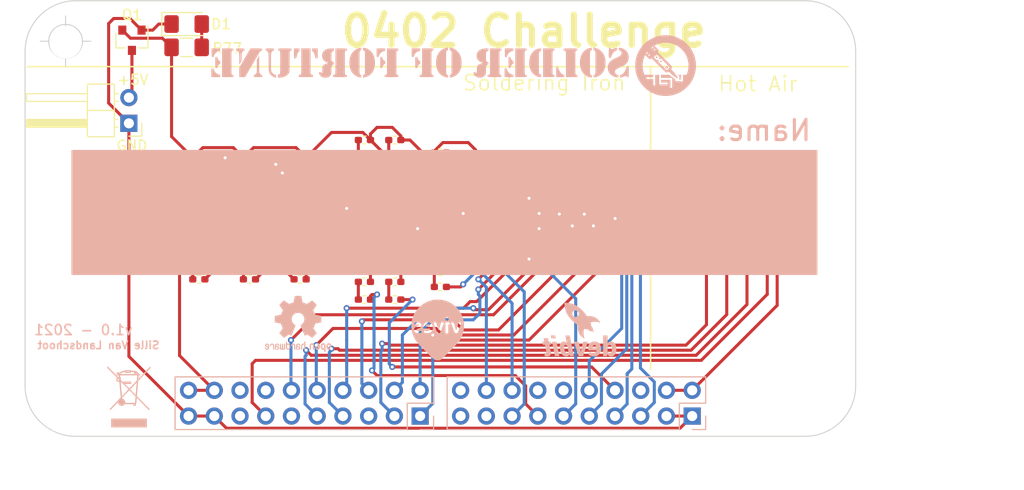
<source format=kicad_pcb>
(kicad_pcb (version 20201116) (generator pcbnew)
  (layers (0 "F.Cu" signal) (31 "B.Cu" signal) (34 "B.Paste" user) (35 "F.Paste" user) (36 "B.SilkS" user "B.Silkscreen") (37 "F.SilkS" user "F.Silkscreen") (38 "B.Mask" user) (39 "F.Mask" user) (44 "Edge.Cuts" user))
  (net 0 "")
  (net 1 "/1P")
  (net 2 "/1G")
  (net 3 "/1F")
  (net 4 "/1E")
  (net 5 "/1D")
  (net 6 "/1C")
  (net 7 "/2A")
  (net 8 "Net-(D1-Pad2)")
  (net 9 "/3A")
  (net 10 "/2P")
  (net 11 "/4A")
  (net 12 "/2G")
  (net 13 "/2F")
  (net 14 "/2E")
  (net 15 "/2D")
  (net 16 "/2C")
  (net 17 "/2B")
  (net 18 "/3P")
  (net 19 "/4P")
  (net 20 "/3G")
  (net 21 "/4G")
  (net 22 "/3F")
  (net 23 "/4F")
  (net 24 "/3E")
  (net 25 "/4E")
  (net 26 "/3D")
  (net 27 "/4D")
  (net 28 "/3C")
  (net 29 "/4C")
  (net 30 "/3B")
  (net 31 "/4B")
  (net 32 "Net-(J3-Pad2)")
  (net 33 "Net-(R1-Pad1)")
  (net 34 "Net-(R2-Pad1)")
  (net 35 "Net-(R22-Pad2)")
  (net 36 "Net-(R24-Pad2)")
  (net 37 "Net-(R25-Pad2)")
  (net 38 "Net-(R26-Pad2)")
  (net 39 "/1B")
  (net 40 "/1A")
  (net 41 "+5V")
  (net 42 "GND")
  (net 43 "Net-(R27-Pad2)")
  (net 44 "Net-(R28-Pad2)")
  (net 45 "Net-(R10-Pad1)")
  (net 46 "Net-(R11-Pad1)")
  (net 47 "Net-(R12-Pad1)")
  (net 48 "Net-(R13-Pad1)")
  (net 49 "Net-(R14-Pad1)")
  (net 50 "Net-(R15-Pad1)")
  (net 51 "Net-(R16-Pad1)")
  (net 52 "Net-(R17-Pad1)")
  (net 53 "Net-(R18-Pad1)")
  (net 54 "Net-(R19-Pad1)")
  (net 55 "Net-(R20-Pad1)")
  (net 56 "Net-(R21-Pad1)")
  (net 57 "Net-(R22-Pad1)")
  (net 58 "Net-(R24-Pad1)")
  (net 59 "Net-(R25-Pad1)")
  (net 60 "Net-(R26-Pad1)")
  (net 61 "Net-(R27-Pad1)")
  (net 62 "Net-(R28-Pad1)")
  (net 63 "Net-(R31-Pad1)")
  (net 64 "Net-(R32-Pad1)")
  (net 65 "Net-(R33-Pad1)")
  (net 66 "Net-(R34-Pad1)")
  (net 67 "Net-(R35-Pad1)")
  (net 68 "Net-(R36-Pad1)")
  (net 69 "Net-(R37-Pad1)")
  (net 70 "Net-(R38-Pad1)")
  (net 71 "Net-(R39-Pad1)")
  (net 72 "Net-(R40-Pad1)")
  (net 73 "Net-(R41-Pad1)")
  (net 74 "Net-(R43-Pad1)")
  (net 75 "Net-(R44-Pad1)")
  (net 76 "Net-(R45-Pad1)")
  (net 77 "Net-(R46-Pad1)")
  (net 78 "Net-(R47-Pad1)")
  (net 79 "Net-(R48-Pad1)")
  (net 80 "Net-(R49-Pad1)")
  (net 81 "Net-(R50-Pad1)")
  (net 82 "Net-(R51-Pad1)")
  (net 83 "Net-(R52-Pad1)")
  (net 84 "Net-(R53-Pad1)")
  (net 85 "Net-(R54-Pad1)")
  (net 86 "Net-(R55-Pad1)")
  (net 87 "Net-(R56-Pad1)")
  (net 88 "Net-(R57-Pad1)")
  (net 89 "Net-(R58-Pad1)")
  (net 90 "Net-(R59-Pad1)")
  (net 91 "Net-(R60-Pad1)")
  (net 92 "Net-(R62-Pad1)")
  (net 93 "Net-(R63-Pad1)")
  (net 94 "Net-(R64-Pad1)")
  (net 95 "Net-(R65-Pad1)")
  (net 96 "Net-(R66-Pad1)")
  (net 97 "Net-(R67-Pad1)")
  (net 98 "Net-(R70-Pad1)")
  (net 99 "Net-(R71-Pad1)")
  (net 100 "Net-(R72-Pad1)")
  (net 101 "Net-(R73-Pad1)")
  (net 102 "Net-(R101-Pad2)")
  (net 103 "Net-(R75-Pad1)")
  (net 104 "Net-(R76-Pad1)")
  (net 105 "Net-(R102-Pad2)")
  (net 106 "Net-(R103-Pad2)")
  (net 107 "Net-(R104-Pad2)")
  (net 108 "Net-(R105-Pad2)")
  (net 109 "Net-(R106-Pad2)")
  (net 110 "Net-(R107-Pad2)")
  (net 111 "Net-(R101-Pad1)")
  (net 112 "Net-(R102-Pad1)")
  (net 113 "Net-(R103-Pad1)")
  (net 114 "Net-(R104-Pad1)")
  (net 115 "Net-(R105-Pad1)")
  (net 116 "Net-(R106-Pad1)")
  (net 117 "Net-(R107-Pad1)")
  (net 118 "Net-(R110-Pad1)")
  (net 119 "Net-(R111-Pad1)")
  (net 120 "Net-(R112-Pad1)")
  (footprint "Resistor_SMD:R_0402_1005Metric_Pad0.72x0.64mm_HandSolder" (layer "F.Cu") (at 94.75 39)
    (fp_text reference "R62" hide)
    (fp_text value "220R")
  )
  (footprint "Resistor_SMD:R_0402_1005Metric" (layer "F.Cu") (at 108.24 43.75 180)
    (fp_text reference "R103" hide)
    (fp_text value "220R")
  )
  (footprint "Resistor_SMD:R_0402_1005Metric" (layer "F.Cu") (at 106.230002 40.749999 180)
    (fp_text reference "R86" hide)
    (fp_text value "220R")
  )
  (footprint "Resistor_SMD:R_0402_1005Metric_Pad0.72x0.64mm_HandSolder" (layer "F.Cu") (at 87.25 33.25)
    (fp_text reference "R11" hide)
    (fp_text value "220R")
  )
  (footprint "Resistor_SMD:R_0402_1005Metric" (layer "F.Cu") (at 98.74 41.25 180)
    (fp_text reference "R45" hide)
    (fp_text value "220R")
  )
  (footprint "Resistor_SMD:R_0402_1005Metric" (layer "F.Cu") (at 101.99 40.25)
    (fp_text reference "R27" hide)
    (fp_text value "220R")
  )
  (footprint "Resistor_SMD:R_0402_1005Metric_Pad0.72x0.64mm_HandSolder" (layer "F.Cu") (at 87.25 45.5 180)
    (fp_text reference "R97" hide)
    (fp_text value "220R")
  )
  (footprint "Resistor_SMD:R_0402_1005Metric" (layer "F.Cu") (at 122.51 41.25 180)
    (fp_text reference "R54" hide)
    (fp_text value "220R")
  )
  (footprint "Resistor_SMD:R_0402_1005Metric" (layer "F.Cu") (at 120.51 43.25 180)
    (fp_text reference "R92" hide)
    (fp_text value "220R")
  )
  (footprint "Resistor_SMD:R_0402_1005Metric_Pad0.72x0.64mm_HandSolder" (layer "F.Cu") (at 90.25 38.5 180)
    (fp_text reference "R107" hide)
    (fp_text value "220R")
  )
  (footprint "Resistor_SMD:R_0402_1005Metric" (layer "F.Cu") (at 108.239998 39.75)
    (fp_text reference "R111" hide)
    (fp_text value "220R")
  )
  (footprint "Resistor_SMD:R_0402_1005Metric" (layer "F.Cu") (at 110.24 42.75)
    (fp_text reference "R33" hide)
    (fp_text value "220R")
  )
  (footprint "Resistor_SMD:R_0402_1005Metric_Pad0.72x0.64mm_HandSolder" (layer "F.Cu") (at 87.25 38.5 180)
    (fp_text reference "R105" hide)
    (fp_text value "220R")
  )
  (footprint "Resistor_SMD:R_1206_3216Metric_Pad1.42x1.75mm_HandSolder" (layer "F.Cu") (at 69.7 24.1)
    (fp_text reference "R77")
    (fp_text value "1K")
  )
  (footprint "Resistor_SMD:R_0402_1005Metric" (layer "F.Cu") (at 120.51 40.25)
    (fp_text reference "R34" hide)
    (fp_text value "220R")
  )
  (footprint "Resistor_SMD:R_0402_1005Metric_Pad0.72x0.64mm_HandSolder" (layer "F.Cu") (at 94.75 43.25)
    (fp_text reference "R25" hide)
    (fp_text value "220R")
  )
  (footprint "Resistor_SMD:R_0402_1005Metric_Pad0.72x0.64mm_HandSolder" (layer "F.Cu") (at 94.75 36)
    (fp_text reference "R24" hide)
    (fp_text value "220R")
  )
  (footprint "Resistor_SMD:R_0402_1005Metric" (layer "F.Cu") (at 110.24 37.75)
    (fp_text reference "R32" hide)
    (fp_text value "220R")
  )
  (footprint "Resistor_SMD:R_0402_1005Metric" (layer "F.Cu") (at 122.51 40.25)
    (fp_text reference "R35" hide)
    (fp_text value "220R")
  )
  (footprint "Resistor_SMD:R_0402_1005Metric_Pad0.72x0.64mm_HandSolder" (layer "F.Cu") (at 70.9025 44)
    (fp_text reference "R58" hide)
    (fp_text value "220R")
  )
  (footprint "Resistor_SMD:R_0402_1005Metric_Pad0.72x0.64mm_HandSolder" (layer "F.Cu") (at 90.25 40.25)
    (fp_text reference "R116" hide)
    (fp_text value "220R")
  )
  (footprint "Resistor_SMD:R_0402_1005Metric" (layer "F.Cu") (at 110.24 41.75 180)
    (fp_text reference "R14" hide)
    (fp_text value "220R")
  )
  (footprint "Resistor_SMD:R_0402_1005Metric_Pad0.72x0.64mm_HandSolder" (layer "F.Cu") (at 90.25 45.5 180)
    (fp_text reference "R41" hide)
    (fp_text value "220R")
  )
  (footprint "Resistor_SMD:R_0402_1005Metric" (layer "F.Cu") (at 124.51 42.25)
    (fp_text reference "R75" hide)
    (fp_text value "220R")
  )
  (footprint "Resistor_SMD:R_0402_1005Metric_Pad0.72x0.64mm_HandSolder" (layer "F.Cu") (at 75.9025 47 180)
    (fp_text reference "R79" hide)
    (fp_text value "220R")
  )
  (footprint "Resistor_SMD:R_0402_1005Metric_Pad0.72x0.64mm_HandSolder" (layer "F.Cu") (at 80.9025 38 180)
    (fp_text reference "R49" hide)
    (fp_text value "220R")
  )
  (footprint "Resistor_SMD:R_0402_1005Metric_Pad0.72x0.64mm_HandSolder" (layer "F.Cu") (at 87.25 36.75)
    (fp_text reference "R94" hide)
    (fp_text value "220R")
  )
  (footprint "Resistor_SMD:R_0402_1005Metric_Pad0.72x0.64mm_HandSolder" (layer "F.Cu") (at 80.9025 44 180)
    (fp_text reference "R104" hide)
    (fp_text value "220R")
  )
  (footprint "Resistor_SMD:R_0402_1005Metric_Pad0.72x0.64mm_HandSolder" (layer "F.Cu") (at 70.9025 38)
    (fp_text reference "R20" hide)
    (fp_text value "220R")
  )
  (footprint "Resistor_SMD:R_0402_1005Metric_Pad0.72x0.64mm_HandSolder" (layer "F.Cu") (at 87.25 35 180)
    (fp_text reference "R50" hide)
    (fp_text value "220R")
  )
  (footprint "Resistor_SMD:R_0402_1005Metric" (layer "F.Cu") (at 101.99 41.25 180)
    (fp_text reference "R46" hide)
    (fp_text value "220R")
  )
  (footprint "Resistor_SMD:R_0402_1005Metric" (layer "F.Cu") (at 120.51 39.2 180)
    (fp_text reference "R15" hide)
    (fp_text value "220R")
  )
  (footprint "Connector_PinHeader_2.54mm:PinHeader_1x02_P2.54mm_Horizontal" (layer "F.Cu") (at 64 31.6 180)
    (fp_text reference "J3" hide)
    (fp_text value "Conn_01x02")
  )
  (footprint "Resistor_SMD:R_0402_1005Metric" (layer "F.Cu") (at 108.24 41.75 180)
    (fp_text reference "R48" hide)
    (fp_text value "220R")
  )
  (footprint "Resistor_SMD:R_0402_1005Metric_Pad0.72x0.64mm_HandSolder" (layer "F.Cu") (at 80.9025 41)
    (fp_text reference "R89" hide)
    (fp_text value "220R")
  )
  (footprint "Resistor_SMD:R_0402_1005Metric_Pad0.72x0.64mm_HandSolder" (layer "F.Cu") (at 75.9025 44)
    (fp_text reference "R59" hide)
    (fp_text value "220R")
  )
  (footprint "Resistor_SMD:R_0402_1005Metric" (layer "F.Cu") (at 98.74 38.75 180)
    (fp_text reference "R7" hide)
    (fp_text value "220R")
  )
  (footprint "Resistor_SMD:R_0402_1005Metric" (layer "F.Cu") (at 120.51 41.25 180)
    (fp_text reference "R53" hide)
    (fp_text value "220R")
  )
  (footprint "Resistor_SMD:R_0402_1005Metric" (layer "F.Cu") (at 110.24 36.75 180)
    (fp_text reference "R13" hide)
    (fp_text value "220R")
  )
  (footprint "Resistor_SMD:R_0402_1005Metric_Pad0.72x0.64mm_HandSolder" (layer "F.Cu") (at 94.75 37.5 180)
    (fp_text reference "R43" hide)
    (fp_text value "220R")
  )
  (footprint "Resistor_SMD:R_0402_1005Metric" (layer "F.Cu") (at 126.51 39.25 180)
    (fp_text reference "R19" hide)
    (fp_text value "220R")
  )
  (footprint "MountingHole:MountingHole_3.2mm_M3" (layer "F.Cu") (at 57.75 23.6)
    (fp_text reference "H1" hide)
    (fp_text value "MountingHole")
  )
  (footprint "Resistor_SMD:R_0402_1005Metric" (layer "F.Cu") (at 110.24 45.75 180)
    (fp_text reference "R91" hide)
    (fp_text value "220R")
  )
  (footprint "LED_SMD:LED_1206_3216Metric_Pad1.42x1.75mm_HandSolder" (layer "F.Cu") (at 69.7 21.8)
    (fp_text reference "D1")
    (fp_text value "LED")
  )
  (footprint "Resistor_SMD:R_0402_1005Metric" (layer "F.Cu") (at 98.74 43.75 180)
    (fp_text reference "R84" hide)
    (fp_text value "220R")
  )
  (footprint "Resistor_SMD:R_0402_1005Metric_Pad0.72x0.64mm_HandSolder" (layer "F.Cu") (at 87.25 40.25)
    (fp_text reference "R114" hide)
    (fp_text value "220R")
  )
  (footprint "Resistor_SMD:R_0402_1005Metric" (layer "F.Cu") (at 108.239998 38.75 180)
    (fp_text reference "R102" hide)
    (fp_text value "220R")
  )
  (footprint "Resistor_SMD:R_0402_1005Metric_Pad0.72x0.64mm_HandSolder" (layer "F.Cu") (at 87.25 47.25)
    (fp_text reference "R106" hide)
    (fp_text value "220R")
  )
  (footprint "MountingHole:MountingHole_3.2mm_M3" (layer "F.Cu") (at 131.75 23.5)
    (fp_text reference "H2" hide)
    (fp_text value "MountingHole")
  )
  (footprint "Resistor_SMD:R_0402_1005Metric" (layer "F.Cu") (at 124.51 39.2 180)
    (fp_text reference "R18" hide)
    (fp_text value "220R")
  )
  (footprint "Resistor_SMD:R_0402_1005Metric_Pad0.72x0.64mm_HandSolder" (layer "F.Cu") (at 70.9025 47 180)
    (fp_text reference "R78" hide)
    (fp_text value "220R")
  )
  (footprint "Resistor_SMD:R_0402_1005Metric_Pad0.72x0.64mm_HandSolder" (layer "F.Cu") (at 94.75 40.5 180)
    (fp_text reference "R82" hide)
    (fp_text value "220R")
  )
  (footprint "Resistor_SMD:R_0402_1005Metric" (layer "F.Cu") (at 108.24 37.75)
    (fp_text reference "R87" hide)
    (fp_text value "220R")
  )
  (footprint "Resistor_SMD:R_0402_1005Metric_Pad0.72x0.64mm_HandSolder" (layer "F.Cu") (at 75.9025 38)
    (fp_text reference "R21" hide)
    (fp_text value "220R")
  )
  (footprint "Resistor_SMD:R_0402_1005Metric_Pad0.72x0.64mm_HandSolder" (layer "F.Cu") (at 70.9025 41 180)
    (fp_text reference "R39" hide)
    (fp_text value "220R")
  )
  (footprint "Resistor_SMD:R_0402_1005Metric" (layer "F.Cu") (at 126.51 41.25 180)
    (fp_text reference "R57" hide)
    (fp_text value "220R")
  )
  (footprint "Resistor_SMD:R_0402_1005Metric_Pad0.72x0.64mm_HandSolder" (layer "F.Cu") (at 87.25 43.75)
    (fp_text reference "R55" hide)
    (fp_text value "220R")
  )
  (footprint "Resistor_SMD:R_0402_1005Metric_Pad0.72x0.64mm_HandSolder" (layer "F.Cu") (at 75.9025 35 180)
    (fp_text reference "R2" hide)
    (fp_text value "220R")
  )
  (footprint "Resistor_SMD:R_0402_1005Metric" (layer "F.Cu") (at 101.99 43.25 180)
    (fp_text reference "R85" hide)
    (fp_text value "220R")
  )
  (footprint "Resistor_SMD:R_0402_1005Metric" (layer "F.Cu") (at 126.51 43.25 180)
    (fp_text reference "R96" hide)
    (fp_text value "220R")
  )
  (footprint "Resistor_SMD:R_0402_1005Metric_Pad0.72x0.64mm_HandSolder" (layer "F.Cu") (at 80.9025 47)
    (fp_text reference "R113" hide)
    (fp_text value "220R")
  )
  (footprint "Resistor_SMD:R_0402_1005Metric_Pad0.72x0.64mm_HandSolder" (layer "F.Cu") (at 75.9025 41 180)
    (fp_text reference "R40" hide)
    (fp_text value "220R")
  )
  (footprint "Resistor_SMD:R_0402_1005Metric_Pad0.72x0.64mm_HandSolder" (layer "F.Cu") (at 94.75 42 180)
    (fp_text reference "R6" hide)
    (fp_text value "220R")
  )
  (footprint "Resistor_SMD:R_0402_1005Metric" (layer "F.Cu") (at 122.51 43.25 180)
    (fp_text reference "R93" hide)
    (fp_text value "220R")
  )
  (footprint "Resistor_SMD:R_0402_1005Metric_Pad0.72x0.64mm_HandSolder" (layer "F.Cu") (at 87.25 49 180)
    (fp_text reference "R115" hide)
    (fp_text value "220R")
  )
  (footprint "Resistor_SMD:R_0402_1005Metric" (layer "F.Cu") (at 110.24 40.75 180)
    (fp_text reference "R90" hide)
    (fp_text value "220R")
  )
  (footprint "Resistor_SMD:R_0402_1005Metric_Pad0.72x0.64mm_HandSolder" (layer "F.Cu") (at 70.9025 35 180)
    (fp_text reference "R1" hide)
    (fp_text value "220R")
  )
  (footprint "Resistor_SMD:R_0402_1005Metric" (layer "F.Cu") (at 110.24 44.75)
    (fp_text reference "R71" hide)
    (fp_text value "220R")
  )
  (footprint "Resistor_SMD:R_0402_1005Metric" (layer "F.Cu") (at 106.230002 37.749999)
    (fp_text reference "R28" hide)
    (fp_text value "220R")
  )
  (footprint "Resistor_SMD:R_0402_1005Metric" (layer "F.Cu") (at 108.24 45.75 180)
    (fp_text reference "R121" hide)
    (fp_text value "220R")
  )
  (footprint "Resistor_SMD:R_0402_1005Metric_Pad0.72x0.64mm_HandSolder" (layer "F.Cu") (at 94.75 47.75 180)
    (fp_text reference "R83" hide)
    (fp_text value "220R")
  )
  (footprint "Resistor_SMD:R_0402_1005Metric" (layer "F.Cu") (at 106.23 36.75 180)
    (fp_text reference "R9" hide)
    (fp_text value "220R")
  )
  (footprint "MountingHole:MountingHole_3.2mm_M3" (layer "F.Cu") (at 131.75 58.5)
    (fp_text reference "H4" hide)
    (fp_text value "MountingHole")
  )
  (footprint "Resistor_SMD:R_0402_1005Metric_Pad0.72x0.64mm_HandSolder" (layer "F.Cu") (at 90.25 36.75)
    (fp_text reference "R98" hide)
    (fp_text value "220R")
  )
  (footprint "Resistor_SMD:R_0402_1005Metric" (layer "F.Cu") (at 124.51 40.25)
    (fp_text reference "R37" hide)
    (fp_text value "220R")
  )
  (footprint "Resistor_SMD:R_0402_1005Metric_Pad0.72x0.64mm_HandSolder" (layer "F.Cu") (at 94.75 34.5 180)
    (fp_text reference "R5" hide)
    (fp_text value "220R")
  )
  (footprint "Resistor_SMD:R_0402_1005Metric_Pad0.72x0.64mm_HandSolder" (layer "F.Cu") (at 80.9025 35)
    (fp_text reference "R10" hide)
    (fp_text value "220R")
  )
  (footprint "Resistor_SMD:R_0402_1005Metric_Pad0.72x0.64mm_HandSolder" (layer "F.Cu") (at 90.25 33.25)
    (fp_text reference "R17" hide)
    (fp_text value "220R")
  )
  (footprint "Resistor_SMD:R_0402_1005Metric" (layer "F.Cu") (at 108.24 42.75)
    (fp_text reference "R88" hide)
    (fp_text value "220R")
  )
  (footprint "Resistor_SMD:R_0402_1005Metric" (layer "F.Cu") (at 122.51 42.25)
    (fp_text reference "R73" hide)
    (fp_text value "220R")
  )
  (footprint "Resistor_SMD:R_0402_1005Metric" (layer "F.Cu") (at 124.51 41.25 180)
    (fp_text reference "R56" hide)
    (fp_text value "220R")
  )
  (footprint "Resistor_SMD:R_0402_1005Metric" (layer "F.Cu") (at 108.24 40.75 180)
    (fp_text reference "R120" hide)
    (fp_text value "220R")
  )
  (footprint "Resistor_SMD:R_0402_1005Metric" (layer "F.Cu") (at 98.74 42.5)
    (fp_text reference "R64" hide)
    (fp_text value "220R")
  )
  (footprint "Resistor_SMD:R_0402_1005Metric" (layer "F.Cu") (at 106.230002 42.749999)
    (fp_text reference "R74" hide)
    (fp_text value "220R")
  )
  (footprint "Resistor_SMD:R_0402_1005Metric_Pad0.72x0.64mm_HandSolder" (layer "F.Cu") (at 90.25 43.75)
    (fp_text reference "R22" hide)
    (fp_text value "220R")
  )
  (footprint "Resistor_SMD:R_0402_1005Metric" (layer "F.Cu") (at 120.51 42.25)
    (fp_text reference "R72" hide)
    (fp_text value "220R")
  )
  (footprint "Resistor_SMD:R_0402_1005Metric" (layer "F.Cu") (at 101.99 42.25)
    (fp_text reference "R65" hide)
    (fp_text value "220R")
  )
  (footprint "Resistor_SMD:R_0402_1005Metric" (layer "F.Cu") (at 122.51 39.2 180)
    (fp_text reference "R16" hide)
    (fp_text value "220R")
  )
  (footprint "Resistor_SMD:R_0402_1005Metric_Pad0.72x0.64mm_HandSolder" (layer "F.Cu") (at 90.25 49 180)
    (fp_text reference "R80" hide)
    (fp_text value "220R")
  )
  (footprint "MountingHole:MountingHole_3.2mm_M3" (layer "F.Cu") (at 57.75 58.5)
    (fp_text reference "H3" hide)
    (fp_text value "MountingHole")
  )
  (footprint "Resistor_SMD:R_0402_1005Metric" (layer "F.Cu") (at 106.230002 39.749999)
    (fp_text reference "R66" hide)
    (fp_text value "220R")
  )
  (footprint "Resistor_SMD:R_0402_1005Metric_Pad0.72x0.64mm_HandSolder" (layer "F.Cu") (at 94.75 44.75 180)
    (fp_text reference "R44" hide)
    (fp_text value "220R")
  )
  (footprint "Resistor_SMD:R_0402_1005Metric" (layer "F.Cu") (at 110.24 39.75)
    (fp_text reference "R70" hide)
    (fp_text value "220R")
  )
  (footprint "Resistor_SMD:R_0402_1005Metric" (layer "F.Cu") (at 98.715 40)
    (fp_text reference "R26" hide)
    (fp_text value "220R")
  )
  (footprint "Resistor_SMD:R_0402_1005Metric_Pad0.72x0.64mm_HandSolder" (layer "F.Cu") (at 90.25 35 180)
    (fp_text reference "R67" hide)
    (fp_text value "220R")
  )
  (footprint "Resistor_SMD:R_0402_1005Metric_Pad0.72x0.64mm_HandSolder" (layer "F.Cu") (at 90.25 47.25)
    (fp_text reference "R60" hide)
    (fp_text value "220R")
  )
  (footprint "Resistor_SMD:R_0402_1005Metric_Pad0.72x0.64mm_HandSolder" (layer "F.Cu") (at 94.75 46.25)
    (fp_text reference "R63" hide)
    (fp_text value "220R")
  )
  (footprint "Resistor_SMD:R_0402_1005Metric" (layer "F.Cu") (at 106.240001 38.749999 180)
    (fp_text reference "R47" hide)
    (fp_text value "220R")
  )
  (footprint "Resistor_SMD:R_0402_1005Metric_Pad0.72x0.64mm_HandSolder" (layer "F.Cu") (at 87.25 42 180)
    (fp_text reference "R12" hide)
    (fp_text value "220R")
  )
  (footprint "Resistor_SMD:R_0402_1005Metric" (layer "F.Cu") (at 106.230002 44.749999)
    (fp_text reference "R110" hide)
    (fp_text value "220R")
  )
  (footprint "Resistor_SMD:R_0402_1005Metric" (layer "F.Cu") (at 110.24 43.75 180)
    (fp_text reference "R52" hide)
    (fp_text value "220R")
  )
  (footprint "Resistor_SMD:R_0402_1005Metric_Pad0.72x0.64mm_HandSolder" (layer "F.Cu") (at 90.25 42 180)
    (fp_text reference "R3" hide)
    (fp_text value "220R")
  )
  (footprint "Package_TO_SOT_SMD:SOT-23" (layer "F.Cu") (at 64.3 23.4 -90)
    (fp_text reference "Q1")
    (fp_text value "BSS84")
  )
  (footprint "Resistor_SMD:R_0402_1005Metric" (layer "F.Cu") (at 126.51 42.25)
    (fp_text reference "R76" hide)
    (fp_text value "220R")
  )
  (footprint "Resistor_SMD:R_0402_1005Metric" (layer "F.Cu") (at 110.24 38.75 180)
    (fp_text reference "R51" hide)
    (fp_text value "220R")
  )
  (footprint "Resistor_SMD:R_0402_1005Metric" (layer "F.Cu") (at 106.230002 43.749999 180)
    (fp_text reference "R101" hide)
    (fp_text value "220R")
  )
  (footprint "Resistor_SMD:R_0402_1005Metric" (layer "F.Cu") (at 124.51 43.25 180)
    (fp_text reference "R95" hide)
    (fp_text value "220R")
  )
  (footprint "Resistor_SMD:R_0402_1005Metric" (layer "F.Cu") (at 106.230002 41.749999 180)
    (fp_text reference "R31" hide)
    (fp_text value "220R")
  )
  (footprint "Resistor_SMD:R_0402_1005Metric" (layer "F.Cu") (at 108.24 44.75)
    (fp_text reference "R112" hide)
    (fp_text value "220R")
  )
  (footprint "Resistor_SMD:R_0402_1005Metric" (layer "F.Cu") (at 108.239998 36.750001 180)
    (fp_text reference "R36" hide)
    (fp_text value "220R")
  )
  (footprint "Resistor_SMD:R_0402_1005Metric" (layer "F.Cu") (at 126.51 40.25)
    (fp_text reference "R38" hide)
    (fp_text value "220R")
  )
  (footprint "Resistor_SMD:R_0402_1005Metric" (layer "F.Cu") (at 106.230002 45.749999 180)
    (fp_text reference "R119" hide)
    (fp_text value "220R")
  )
  (footprint "Resistor_SMD:R_0402_1005Metric" (layer "F.Cu") (at 101.99 39.25 180)
    (fp_text reference "R8" hide)
    (fp_text value "220R")
  )
  (footprint "solder of fortune:logo_vives_6mm" (layer "B.Cu") (at 94.5 52.1 180)
    (fp_text reference "REF**" hide)
    (fp_text value "logo_vives_6mm" hide)
  )
  (footprint "Symbol:WEEE-Logo_4.2x6mm_SilkScreen" (layer "B.Cu") (at 64 58.6 180)
    (fp_text reference "REF**" hide)
    (fp_text value "WEEE-Logo_4.2x6mm_SilkScreen" hide)
  )
  (footprint "Connector_PinHeader_2.54mm:PinHeader_2x10_P2.54mm_Vertical" (layer "B.Cu") (at 119.61 60.5 90)
    (fp_text reference "J1" hide)
    (fp_text value "Conn_02x10_Odd_Even")
  )
  (footprint "solder of fortune:logo_devbit_6mm" (layer "B.Cu") (at 108.5 52.3 180)
    (fp_text reference "REF**" hide)
    (fp_text value "logo_devbit_6mm" hide)
  )
  (footprint "solder of fortune:logo_sof_single_6mm" (layer "B.Cu") (at 96 25.9 180)
    (fp_text reference "REF**" hide)
    (fp_text value "logo_sof_single_6mm")
  )
  (footprint "Symbol:OSHW-Logo2_7.3x6mm_SilkScreen" (layer "B.Cu") (at 80.7 51.4 180)
    (fp_text reference "REF**" hide)
    (fp_text value "OSHW-Logo2_7.3x6mm_SilkScreen" hide)
  )
  (footprint "Connector_PinHeader_2.54mm:PinHeader_2x10_P2.54mm_Vertical" (layer "B.Cu") (at 92.75 60.5 90)
    (fp_text reference "J2" hide)
    (fp_text value "Conn_02x10_Odd_Even")
  )
  (gr_rect (start 58.4 34.3) (end 131.9 46.5) (layer "B.SilkS") (width 0.15) (fill solid))
  (gr_line (start 115.5 26) (end 115.5 55.9) (layer "F.SilkS") (width 0.15))
  (gr_line (start 54 26) (end 135 26) (layer "F.SilkS") (width 0.15))
  (gr_arc (start 58.75 24.5) (end 53.75 24.5) (angle 90) (layer "Edge.Cuts") (width 0.1))
  (gr_arc (start 130.75 57.5) (end 135.75 57.5) (angle 90) (layer "Edge.Cuts") (width 0.1))
  (gr_line (start 53.75 24.5) (end 53.75 57.5) (layer "Edge.Cuts") (width 0.1))
  (gr_arc (start 58.75 57.5) (end 58.75 62.5) (angle 90) (layer "Edge.Cuts") (width 0.1))
  (gr_line (start 135.75 57.5) (end 135.75 24.5) (layer "Edge.Cuts") (width 0.1))
  (gr_line (start 58.75 62.5) (end 130.75 62.5) (layer "Edge.Cuts") (width 0.1))
  (gr_arc (start 130.75 24.5) (end 130.75 19.5) (angle 90) (layer "Edge.Cuts") (width 0.1))
  (gr_line (start 130.75 19.5) (end 58.75 19.5) (layer "Edge.Cuts") (width 0.1))
  (gr_text "v1.0 - 2021" (at 59.5 52) (layer "B.SilkS") (effects (font (size 1 1)) (justify mirror)))
  (gr_text "Sille Van Landschoot\n" (at 61 53.5) (layer "B.SilkS") (effects (font (size 0.75 0.75)) (justify mirror)))
  (gr_text "Name:" (at 126.7 32.3) (layer "B.SilkS") (effects (font (size 2 2) (thickness 0.3)) (justify mirror)))
  (gr_text "Soldering Iron" (at 105 27.6) (layer "F.SilkS") (effects (font (size 1.5 1.5))))
  (gr_text "GND" (at 64.3 33.8) (layer "F.SilkS") (effects (font (size 1 1))))
  (gr_text "0402 Challenge" (at 103 22.5) (layer "F.SilkS") (effects (font (size 3 3) (thickness 0.6))))
  (gr_text "Hot Air" (at 126.1 27.7) (layer "F.SilkS") (effects (font (size 1.5 1.5))))
  (gr_text "+5V" (at 64.4 27.3) (layer "F.SilkS") (effects (font (size 1 1))))
  (target plus (at 57.75 23.5) (size 5) (width 0.1) (layer "Edge.Cuts"))
  (segment (start 91.5 41) (end 92.5 42) (width 0.3) (layer "F.Cu") (net 3))
  (segment (start 90.4025 41) (end 91.5 41) (width 0.3) (layer "F.Cu") (net 3))
  (segment (start 89.6525 40.25) (end 90.4025 41) (width 0.3) (layer "F.Cu") (net 3))
  (via (at 92.5 42) (size 0.6) (drill 0.3) (layers "F.Cu" "B.Cu") (net 3))
  (segment (start 96.79288 42) (end 101.29288 46.5) (width 0.3) (layer "B.Cu") (net 3))
  (segment (start 101.29288 46.5) (end 103.030001 48.237121) (width 0.3) (layer "B.Cu") (net 3))
  (segment (start 92.5 42) (end 96.79288 42) (width 0.3) (layer "B.Cu") (net 3))
  (segment (start 103.030001 48.237121) (end 103.030001 59.299999) (width 0.3) (layer "B.Cu") (net 3))
  (segment (start 103.030001 59.299999) (end 101.83 60.5) (width 0.3) (layer "B.Cu") (net 3))
  (segment (start 102.146002 56.5) (end 103.169999 57.523997) (width 0.3) (layer "F.Cu") (net 4))
  (segment (start 88.5 56.5) (end 102.146002 56.5) (width 0.3) (layer "F.Cu") (net 4))
  (segment (start 103.169999 59.299999) (end 104.37 60.5) (width 0.3) (layer "F.Cu") (net 4))
  (segment (start 103.169999 57.523997) (end 103.169999 59.299999) (width 0.3) (layer "F.Cu") (net 4))
  (segment (start 88 56) (end 88.5 56.5) (width 0.3) (layer "F.Cu") (net 4))
  (segment (start 87.8475 48.6525) (end 88 48.5) (width 0.3) (layer "F.Cu") (net 4))
  (segment (start 88 48.5) (end 88.5 48.5) (width 0.3) (layer "F.Cu") (net 4))
  (segment (start 87.8475 49) (end 87.8475 48.6525) (width 0.3) (layer "F.Cu") (net 4))
  (via (at 88 56) (size 0.6) (drill 0.3) (layers "F.Cu" "B.Cu") (net 4))
  (via (at 88.5 48.5) (size 0.6) (drill 0.3) (layers "F.Cu" "B.Cu") (net 4))
  (segment (start 88.5 48.5) (end 88.200001 48.799999) (width 0.3) (layer "B.Cu") (net 4))
  (segment (start 88.200001 55.799999) (end 88 56) (width 0.3) (layer "B.Cu") (net 4))
  (segment (start 88.200001 48.799999) (end 88.200001 55.799999) (width 0.3) (layer "B.Cu") (net 4))
  (segment (start 85.75 40.25) (end 85.5 40) (width 0.3) (layer "F.Cu") (net 5))
  (segment (start 86.6525 40.25) (end 85.75 40.25) (width 0.3) (layer "F.Cu") (net 5))
  (via (at 85.5 40) (size 0.6) (drill 0.3) (layers "F.Cu" "B.Cu") (net 5))
  (segment (start 101.150001 45.650001) (end 104.849999 45.650001) (width 0.3) (layer "B.Cu") (net 5))
  (segment (start 86.5 41) (end 96.5 41) (width 0.3) (layer "B.Cu") (net 5))
  (segment (start 108.110001 48.910003) (end 108.110001 59.299999) (width 0.3) (layer "B.Cu") (net 5))
  (segment (start 85.5 40) (end 86.5 41) (width 0.3) (layer "B.Cu") (net 5))
  (segment (start 96.5 41) (end 101.150001 45.650001) (width 0.3) (layer "B.Cu") (net 5))
  (segment (start 104.849999 45.650001) (end 108.110001 48.910003) (width 0.3) (layer "B.Cu") (net 5))
  (segment (start 108.110001 59.299999) (end 106.91 60.5) (width 0.3) (layer "B.Cu") (net 5))
  (segment (start 79 36.65) (end 79.15 36.5) (width 0.3) (layer "F.Cu") (net 6))
  (segment (start 80.305 47) (end 79 45.695) (width 0.3) (layer "F.Cu") (net 6))
  (segment (start 79 45.695) (end 79 36.65) (width 0.3) (layer "F.Cu") (net 6))
  (via (at 79.15 36.5) (size 0.6) (drill 0.3) (layers "F.Cu" "B.Cu") (net 6))
  (segment (start 110.650001 59.299999) (end 109.45 60.5) (width 0.3) (layer "B.Cu") (net 6))
  (segment (start 110.20712 36.5) (end 113.150011 39.442891) (width 0.3) (layer "B.Cu") (net 6))
  (segment (start 110.650001 56.349999) (end 110.650001 59.299999) (width 0.3) (layer "B.Cu") (net 6))
  (segment (start 113.150011 53.849989) (end 110.650001 56.349999) (width 0.3) (layer "B.Cu") (net 6))
  (segment (start 113.150011 39.442891) (end 113.150011 53.849989) (width 0.3) (layer "B.Cu") (net 6))
  (segment (start 79.15 36.5) (end 110.20712 36.5) (width 0.3) (layer "B.Cu") (net 6))
  (segment (start 71.1875 21.8) (end 71.1875 24.1) (width 0.3) (layer "F.Cu") (net 8))
  (segment (start 102.5 44) (end 102.5 43.25) (width 0.3) (layer "F.Cu") (net 9))
  (segment (start 98.5 48) (end 102.5 44) (width 0.3) (layer "F.Cu") (net 9))
  (via (at 98.5 48) (size 0.6) (drill 0.3) (layers "F.Cu" "B.Cu") (net 9))
  (segment (start 94 51) (end 98 51) (width 0.3) (layer "B.Cu") (net 9))
  (segment (start 92.75 52.25) (end 94 51) (width 0.3) (layer "B.Cu") (net 9))
  (segment (start 98.650001 48.650001) (end 98.5 48.5) (width 0.3) (layer "B.Cu") (net 9))
  (segment (start 92.75 57.96) (end 92.75 52.25) (width 0.3) (layer "B.Cu") (net 9))
  (segment (start 98.5 48.5) (end 98.5 48) (width 0.3) (layer "B.Cu") (net 9))
  (segment (start 98 51) (end 98.650001 50.349999) (width 0.3) (layer "B.Cu") (net 9))
  (segment (start 98.650001 50.349999) (end 98.650001 48.650001) (width 0.3) (layer "B.Cu") (net 9))
  (segment (start 110.75 45.75) (end 103.50003 52.99997) (width 0.3) (layer "F.Cu") (net 11))
  (segment (start 94.49997 52.99997) (end 94 52.5) (width 0.3) (layer "F.Cu") (net 11))
  (segment (start 103.50003 52.99997) (end 95.99997 52.99997) (width 0.3) (layer "F.Cu") (net 11))
  (segment (start 95.99997 52.99997) (end 94.49997 52.99997) (width 0.3) (layer "F.Cu") (net 11))
  (via (at 94 52.5) (size 0.6) (drill 0.3) (layers "F.Cu" "B.Cu") (net 11))
  (segment (start 92.75 60.5) (end 94 59.25) (width 0.3) (layer "B.Cu") (net 11))
  (segment (start 94 59.25) (end 94 52.5) (width 0.3) (layer "B.Cu") (net 11))
  (segment (start 99.25 43.75) (end 99.25 46.25) (width 0.3) (layer "F.Cu") (net 12))
  (segment (start 99.25 46.25) (end 98.5 47) (width 0.3) (layer "F.Cu") (net 12))
  (via (at 98.5 47) (size 0.6) (drill 0.3) (layers "F.Cu" "B.Cu") (net 12))
  (segment (start 99.29 47.79) (end 99.29 57.96) (width 0.3) (layer "B.Cu") (net 12))
  (segment (start 98.5 47) (end 99.29 47.79) (width 0.3) (layer "B.Cu") (net 12))
  (segment (start 95.3475 47.75) (end 96.75 47.75) (width 0.3) (layer "F.Cu") (net 13))
  (segment (start 96.75 47.75) (end 97 47.5) (width 0.3) (layer "F.Cu") (net 13))
  (via (at 97 47.5) (size 0.6) (drill 0.3) (layers "F.Cu" "B.Cu") (net 13))
  (segment (start 97 47.5) (end 98.150001 46.349999) (width 0.3) (layer "B.Cu") (net 13))
  (segment (start 98.150001 46.349999) (end 98.812001 46.349999) (width 0.3) (layer "B.Cu") (net 13))
  (segment (start 101.83 49.367998) (end 101.83 57.96) (width 0.3) (layer "B.Cu") (net 13))
  (segment (start 98.812001 46.349999) (end 101.83 49.367998) (width 0.3) (layer "B.Cu") (net 13))
  (segment (start 95.3475 40.5) (end 97 40.5) (width 0.3) (layer "F.Cu") (net 16))
  (via (at 97 40.5) (size 0.6) (drill 0.3) (layers "F.Cu" "B.Cu") (net 16))
  (segment (start 99.50001 37.99999) (end 110.99999 37.99999) (width 0.3) (layer "B.Cu") (net 16))
  (segment (start 112.650001 51.849999) (end 109.45 55.05) (width 0.3) (layer "B.Cu") (net 16))
  (segment (start 110.99999 37.99999) (end 112.650001 39.650001) (width 0.3) (layer "B.Cu") (net 16))
  (segment (start 97 40.5) (end 99.50001 37.99999) (width 0.3) (layer "B.Cu") (net 16))
  (segment (start 112.650001 39.650001) (end 112.650001 51.849999) (width 0.3) (layer "B.Cu") (net 16))
  (segment (start 109.45 55.05) (end 109.45 57.96) (width 0.3) (layer "B.Cu") (net 16))
  (segment (start 90.8475 49) (end 92 49) (width 0.3) (layer "F.Cu") (net 17))
  (segment (start 90 55.65) (end 109.68 55.65) (width 0.3) (layer "F.Cu") (net 17))
  (segment (start 109.68 55.65) (end 111.99 57.96) (width 0.3) (layer "F.Cu") (net 17))
  (via (at 90 55.65) (size 0.6) (drill 0.3) (layers "F.Cu" "B.Cu") (net 17))
  (via (at 92 49) (size 0.6) (drill 0.3) (layers "F.Cu" "B.Cu") (net 17))
  (segment (start 89.70999 51.29001) (end 89.70999 55.29001) (width 0.3) (layer "B.Cu") (net 17))
  (segment (start 89.70999 55.29001) (end 89.70999 55.35999) (width 0.3) (layer "B.Cu") (net 17))
  (segment (start 89.70999 55.35999) (end 90 55.65) (width 0.3) (layer "B.Cu") (net 17))
  (segment (start 92 49) (end 89.70999 51.29001) (width 0.3) (layer "B.Cu") (net 17))
  (segment (start 127.02 48.48) (end 120.5 55) (width 0.3) (layer "F.Cu") (net 21))
  (segment (start 76.5 55) (end 76.170001 55.329999) (width 0.3) (layer "F.Cu") (net 21))
  (segment (start 120.5 55) (end 76.5 55) (width 0.3) (layer "F.Cu") (net 21))
  (segment (start 76.170001 55.329999) (end 76.170001 59.160001) (width 0.3) (layer "F.Cu") (net 21))
  (segment (start 127.02 43.25) (end 127.02 48.48) (width 0.3) (layer "F.Cu") (net 21))
  (segment (start 76.170001 59.160001) (end 77.51 60.5) (width 0.3) (layer "F.Cu") (net 21))
  (segment (start 80 53) (end 82.5 50.5) (width 0.3) (layer "F.Cu") (net 22))
  (segment (start 104.5 46) (end 104.5 42) (width 0.3) (layer "F.Cu") (net 22))
  (segment (start 110.75 40.75) (end 111.75 40.75) (width 0.3) (layer "F.Cu") (net 22))
  (segment (start 82.5 50.5) (end 100 50.5) (width 0.3) (layer "F.Cu") (net 22))
  (segment (start 111.75 40.75) (end 112 41) (width 0.3) (layer "F.Cu") (net 22))
  (segment (start 100 50.5) (end 104.5 46) (width 0.3) (layer "F.Cu") (net 22))
  (via (at 80 53) (size 0.6) (drill 0.3) (layers "F.Cu" "B.Cu") (net 22))
  (via (at 104.5 42) (size 0.6) (drill 0.3) (layers "F.Cu" "B.Cu") (net 22))
  (via (at 112 41) (size 0.6) (drill 0.3) (layers "F.Cu" "B.Cu") (net 22))
  (segment (start 105 42.5) (end 110 42.5) (width 0.3) (layer "B.Cu") (net 22))
  (segment (start 110 42.5) (end 111.5 41) (width 0.3) (layer "B.Cu") (net 22))
  (segment (start 80 57.91) (end 80 53) (width 0.3) (layer "B.Cu") (net 22))
  (segment (start 111.5 41) (end 112 41) (width 0.3) (layer "B.Cu") (net 22))
  (segment (start 104.5 42) (end 105 42.5) (width 0.3) (layer "B.Cu") (net 22))
  (segment (start 80.05 57.96) (end 80 57.91) (width 0.3) (layer "B.Cu") (net 22))
  (segment (start 102.00004 52.49996) (end 97.00004 52.49996) (width 0.3) (layer "F.Cu") (net 24))
  (segment (start 94.312001 51.849999) (end 84.150001 51.849999) (width 0.3) (layer "F.Cu") (net 24))
  (segment (start 94.961962 52.49996) (end 94.312001 51.849999) (width 0.3) (layer "F.Cu") (net 24))
  (segment (start 97.00004 52.49996) (end 94.961962 52.49996) (width 0.3) (layer "F.Cu") (net 24))
  (segment (start 84.150001 51.849999) (end 82.5 53.5) (width 0.3) (layer "F.Cu") (net 24))
  (segment (start 108.75 45.75) (end 102.00004 52.49996) (width 0.3) (layer "F.Cu") (net 24))
  (via (at 82.5 53.5) (size 0.6) (drill 0.3) (layers "F.Cu" "B.Cu") (net 24))
  (segment (start 82.5 57.87) (end 82.5 53.5) (width 0.3) (layer "B.Cu") (net 24))
  (segment (start 82.59 57.96) (end 82.5 57.87) (width 0.3) (layer "B.Cu") (net 24))
  (segment (start 125.02 43.25) (end 125.02 49.48) (width 0.3) (layer "F.Cu") (net 25))
  (segment (start 125.02 49.48) (end 120 54.5) (width 0.3) (layer "F.Cu") (net 25))
  (segment (start 120 54.5) (end 82 54.5) (width 0.3) (layer "F.Cu") (net 25))
  (segment (start 82 54.5) (end 81.5 54) (width 0.3) (layer "F.Cu") (net 25))
  (via (at 81.5 54) (size 0.6) (drill 0.3) (layers "F.Cu" "B.Cu") (net 25))
  (segment (start 81.389999 59.299999) (end 81.389999 54.610001) (width 0.3) (layer "B.Cu") (net 25))
  (segment (start 81.5 54.5) (end 81.5 54) (width 0.3) (layer "B.Cu") (net 25))
  (segment (start 81.389999 54.610001) (end 81.5 54.5) (width 0.3) (layer "B.Cu") (net 25))
  (segment (start 82.59 60.5) (end 81.389999 59.299999) (width 0.3) (layer "B.Cu") (net 25))
  (segment (start 103.5 44.037998) (end 103.5 44) (width 0.3) (layer "F.Cu") (net 26))
  (segment (start 85.5 49.85) (end 97.037998 49.85) (width 0.3) (layer "F.Cu") (net 26))
  (segment (start 98.337999 49.199999) (end 103.5 44.037998) (width 0.3) (layer "F.Cu") (net 26))
  (segment (start 97.687999 49.199999) (end 98.337999 49.199999) (width 0.3) (layer "F.Cu") (net 26))
  (segment (start 97.037998 49.85) (end 97.687999 49.199999) (width 0.3) (layer "F.Cu") (net 26))
  (segment (start 103.5 44) (end 103.5 39) (width 0.3) (layer "F.Cu") (net 26))
  (via (at 108.96 40.564343) (size 0.6) (drill 0.3) (layers "F.Cu" "B.Cu") (net 26))
  (via (at 85.5 49.85) (size 0.6) (drill 0.3) (layers "F.Cu" "B.Cu") (net 26))
  (via (at 103.5 39) (size 0.6) (drill 0.3) (layers "F.Cu" "B.Cu") (net 26))
  (segment (start 103.5 39) (end 104 38.5) (width 0.3) (layer "B.Cu") (net 26))
  (segment (start 108.5 40) (end 108.5 40.104343) (width 0.3) (layer "B.Cu") (net 26))
  (segment (start 107 38.5) (end 108.5 40) (width 0.3) (layer "B.Cu") (net 26))
  (segment (start 108.5 40.104343) (end 108.96 40.564343) (width 0.3) (layer "B.Cu") (net 26))
  (segment (start 104 38.5) (end 107 38.5) (width 0.3) (layer "B.Cu") (net 26))
  (segment (start 85.5 50) (end 85.5 49.85) (width 0.3) (layer "B.Cu") (net 26))
  (segment (start 85.5 57.59) (end 85.5 53) (width 0.3) (layer "B.Cu") (net 26))
  (segment (start 85.5 53) (end 85.5 50) (width 0.3) (layer "B.Cu") (net 26))
  (segment (start 85.13 57.96) (end 85.5 57.59) (width 0.3) (layer "B.Cu") (net 26))
  (segment (start 84.65 53.85) (end 84.14998 53.85) (width 0.3) (layer "F.Cu") (net 27))
  (segment (start 123.02 50.48) (end 119.5 54) (width 0.3) (layer "F.Cu") (net 27))
  (segment (start 123.02 43.25) (end 123.02 50.48) (width 0.3) (layer "F.Cu") (net 27))
  (segment (start 119.5 54) (end 110.97714 54) (width 0.3) (layer "F.Cu") (net 27))
  (segment (start 110.97713 53.99999) (end 84.79999 53.99999) (width 0.3) (layer "F.Cu") (net 27))
  (segment (start 110.97714 54) (end 110.97713 53.99999) (width 0.3) (layer "F.Cu") (net 27))
  (segment (start 84.14998 53.85) (end 83.99999 53.99999) (width 0.3) (layer "F.Cu") (net 27))
  (segment (start 84.79999 53.99999) (end 84.65 53.85) (width 0.3) (layer "F.Cu") (net 27))
  (via (at 84 53.85) (size 0.6) (drill 0.3) (layers "F.Cu" "B.Cu") (net 27))
  (segment (start 85.13 60.5) (end 83.790001 59.160001) (width 0.3) (layer "B.Cu") (net 27))
  (segment (start 83.790001 54.209999) (end 84 54) (width 0.3) (layer "B.Cu") (net 27))
  (segment (start 84 54) (end 84 53.85) (width 0.3) (layer "B.Cu") (net 27))
  (segment (start 83.790001 59.160001) (end 83.790001 54.209999) (width 0.3) (layer "B.Cu") (net 27))
  (segment (start 87.15 51) (end 87 51.15) (width 0.3) (layer "F.Cu") (net 28))
  (segment (start 97.00005 51.99995) (end 96.0001 51) (width 0.3) (layer "F.Cu") (net 28))
  (segment (start 96.0001 51) (end 87.15 51) (width 0.3) (layer "F.Cu") (net 28))
  (segment (start 106.740002 45.749999) (end 100.490051 51.99995) (width 0.3) (layer "F.Cu") (net 28))
  (segment (start 100.490051 51.99995) (end 97.00005 51.99995) (width 0.3) (layer "F.Cu") (net 28))
  (via (at 87 51.15) (size 0.6) (drill 0.3) (layers "F.Cu" "B.Cu") (net 28))
  (segment (start 87 51.15) (end 87 57.29) (width 0.3) (layer "B.Cu") (net 28))
  (segment (start 87 57.29) (end 87.67 57.96) (width 0.3) (layer "B.Cu") (net 28))
  (segment (start 106.687935 40.749999) (end 106.496061 40.558125) (width 0.3) (layer "F.Cu") (net 30))
  (segment (start 99.50001 49.99999) (end 98 49.99999) (width 0.3) (layer "F.Cu") (net 30))
  (segment (start 103.5 45) (end 103.5 46) (width 0.3) (layer "F.Cu") (net 30))
  (segment (start 106.740002 40.749999) (end 106.687935 40.749999) (width 0.3) (layer "F.Cu") (net 30))
  (segment (start 98 49.99999) (end 98 49.85) (width 0.3) (layer "F.Cu") (net 30))
  (segment (start 103.5 46) (end 99.50001 49.99999) (width 0.3) (layer "F.Cu") (net 30))
  (via (at 103.5 45) (size 0.6) (drill 0.3) (layers "F.Cu" "B.Cu") (net 30))
  (via (at 106.496061 40.558125) (size 0.6) (drill 0.3) (layers "F.Cu" "B.Cu") (net 30))
  (via (at 98 49.85) (size 0.6) (drill 0.3) (layers "F.Cu" "B.Cu") (net 30))
  (segment (start 103.5 40.537998) (end 103.5 45) (width 0.3) (layer "B.Cu") (net 30))
  (segment (start 91 57.17) (end 90.21 57.96) (width 0.3) (layer "B.Cu") (net 30))
  (segment (start 105.787935 39.849999) (end 104.187999 39.849999) (width 0.3) (layer "B.Cu") (net 30))
  (segment (start 98 49.85) (end 93.65 49.85) (width 0.3) (layer "B.Cu") (net 30))
  (segment (start 93.65 49.85) (end 91 52.5) (width 0.3) (layer "B.Cu") (net 30))
  (segment (start 106.496061 40.558125) (end 105.787935 39.849999) (width 0.3) (layer "B.Cu") (net 30))
  (segment (start 104.187999 39.849999) (end 103.5 40.537998) (width 0.3) (layer "B.Cu") (net 30))
  (segment (start 91 52.5) (end 91 57.17) (width 0.3) (layer "B.Cu") (net 30))
  (segment (start 89.65001 53.34999) (end 89.8 53.49998) (width 0.3) (layer "F.Cu") (net 31))
  (segment (start 89 53.34999) (end 89.65001 53.34999) (width 0.3) (layer "F.Cu") (net 31))
  (segment (start 89.8 53.49998) (end 119.00002 53.49998) (width 0.3) (layer "F.Cu") (net 31))
  (segment (start 119.00002 53.49998) (end 121.02 51.48) (width 0.3) (layer "F.Cu") (net 31))
  (segment (start 121.02 51.48) (end 121.02 43.25) (width 0.3) (layer "F.Cu") (net 31))
  (via (at 89 53.34999) (size 0.6) (drill 0.3) (layers "F.Cu" "B.Cu") (net 31))
  (segment (start 90.21 60.5) (end 88.870001 59.160001) (width 0.3) (layer "B.Cu") (net 31))
  (segment (start 89 54) (end 89 53.34999) (width 0.3) (layer "B.Cu") (net 31))
  (segment (start 88.870001 59.160001) (end 88.870001 54.129999) (width 0.3) (layer "B.Cu") (net 31))
  (segment (start 88.870001 54.129999) (end 89 54) (width 0.3) (layer "B.Cu") (net 31))
  (segment (start 64.3 28.76) (end 64 29.06) (width 0.3) (layer "F.Cu") (net 32))
  (segment (start 64.3 24.4) (end 64.3 28.76) (width 0.3) (layer "F.Cu") (net 32))
  (segment (start 71.5 35) (end 71.5 38) (width 0.3) (layer "F.Cu") (net 33))
  (segment (start 76.5 35) (end 76.5 38) (width 0.3) (layer "F.Cu") (net 34))
  (segment (start 90.8475 42) (end 90.8475 43.75) (width 0.3) (layer "F.Cu") (net 35))
  (segment (start 95.3475 34.5) (end 95.3475 35.5975) (width 0.3) (layer "F.Cu") (net 36))
  (segment (start 95.3475 35.5975) (end 95.3475 36) (width 0.3) (layer "F.Cu") (net 36))
  (segment (start 95.3475 42) (end 95.3475 43.25) (width 0.3) (layer "F.Cu") (net 37))
  (segment (start 99.25 39.975) (end 99.225 40) (width 0.3) (layer "F.Cu") (net 38))
  (segment (start 99.25 38.75) (end 99.25 39.975) (width 0.3) (layer "F.Cu") (net 38))
  (segment (start 76.5 47) (end 78.5 45) (width 0.3) (layer "F.Cu") (net 39))
  (segment (start 78.5 45) (end 78.5 35.65) (width 0.3) (layer "F.Cu") (net 39))
  (via (at 78.5 35.65) (size 0.6) (drill 0.3) (layers "F.Cu" "B.Cu") (net 39))
  (segment (start 113.190001 59.299999) (end 111.99 60.5) (width 0.3) (layer "B.Cu") (net 39))
  (segment (start 78.5 35.65) (end 110.15 35.65) (width 0.3) (layer "B.Cu") (net 39))
  (segment (start 113.650021 39.150021) (end 113.650021 55.849979) (width 0.3) (layer "B.Cu") (net 39))
  (segment (start 113.650021 55.849979) (end 113.190001 56.309999) (width 0.3) (layer "B.Cu") (net 39))
  (segment (start 110.15 35.65) (end 113.650021 39.150021) (width 0.3) (layer "B.Cu") (net 39))
  (segment (start 113.190001 56.309999) (end 113.190001 59.299999) (width 0.3) (layer "B.Cu") (net 39))
  (segment (start 73.5 45) (end 73.5 35) (width 0.3) (layer "F.Cu") (net 40))
  (segment (start 71.5 47) (end 73.5 45) (width 0.3) (layer "F.Cu") (net 40))
  (via (at 73.5 35) (size 0.6) (drill 0.3) (layers "F.Cu" "B.Cu") (net 40))
  (segment (start 110.5 35) (end 114.5 39) (width 0.3) (layer "B.Cu") (net 40))
  (segment (start 115.869999 57.130001) (end 115.869999 59.160001) (width 0.3) (layer "B.Cu") (net 40))
  (segment (start 115.515 59.515) (end 114.53 60.5) (width 0.3) (layer "B.Cu") (net 40))
  (segment (start 114.5 55.760002) (end 115.869999 57.130001) (width 0.3) (layer "B.Cu") (net 40))
  (segment (start 114.5 39) (end 114.5 55.760002) (width 0.3) (layer "B.Cu") (net 40))
  (segment (start 115.869999 59.160001) (end 115.515 59.515) (width 0.3) (layer "B.Cu") (net 40))
  (segment (start 73.5 35) (end 110.5 35) (width 0.3) (layer "B.Cu") (net 40))
  (segment (start 105.325735 41.749999) (end 105.720002 41.749999) (width 0.3) (layer "F.Cu") (net 41))
  (segment (start 106 36) (end 107.299997 36) (width 0.3) (layer "F.Cu") (net 41))
  (segment (start 116.8 36) (end 120 39.2) (width 0.3) (layer "F.Cu") (net 41))
  (segment (start 88.5 32) (end 90 32) (width 0.3) (layer "F.Cu") (net 41))
  (segment (start 80.5 34) (end 81.5 35) (width 0.3) (layer "F.Cu") (net 41))
  (segment (start 110 36) (end 116.8 36) (width 0.3) (layer "F.Cu") (net 41))
  (segment (start 107.299997 36) (end 107.729998 36.430001) (width 0.3) (layer "F.Cu") (net 41))
  (segment (start 98.23 34.23) (end 98.23 38.75) (width 0.3) (layer "F.Cu") (net 41))
  (segment (start 69 36.305) (end 70.305 35) (width 0.3) (layer "F.Cu") (net 41))
  (segment (start 81.5 35) (end 84 32.5) (width 0.3) (layer "F.Cu") (net 41))
  (segment (start 84 32.5) (end 87.0975 32.5) (width 0.3) (layer "F.Cu") (net 41))
  (segment (start 109.73 36.27) (end 110 36) (width 0.3) (layer "F.Cu") (net 41))
  (segment (start 69 54.53) (end 69 36.305) (width 0.3) (layer "F.Cu") (net 41))
  (segment (start 128 39.112046) (end 128 49.57) (width 0.3) (layer "F.Cu") (net 41))
  (segment (start 104.5 40.924264) (end 105.325735 41.749999) (width 0.3) (layer "F.Cu") (net 41))
  (segment (start 120.67001 38.52999) (end 121.64999 38.52999) (width 0.3) (layer "F.Cu") (net 41))
  (segment (start 90 32) (end 90.8475 32.8475) (width 0.3) (layer "F.Cu") (net 41))
  (segment (start 105.72 36.28) (end 106 36) (width 0.3) (layer "F.Cu") (net 41))
  (segment (start 94.1525 42) (end 93.44499 41.29249) (width 0.3) (layer "F.Cu") (net 41))
  (segment (start 86.6525 41.68) (end 87.27749 41.05501) (width 0.3) (layer "F.Cu") (net 41))
  (segment (start 63.35 22.4) (end 64.15001 23.20001) (width 0.3) (layer "F.Cu") (net 41))
  (segment (start 122.67001 38.52999) (end 123.64999 38.52999) (width 0.3) (layer "F.Cu") (net 41))
  (segment (start 124.67001 38.52999) (end 125.59999 38.52999) (width 0.3) (layer "F.Cu") (net 41))
  (segment (start 109.73 41.75) (end 109.83076 41.75) (width 0.3) (layer "F.Cu") (net 41))
  (segment (start 87.8475 33.25) (end 87.8475 32.6525) (width 0.3) (layer "F.Cu") (net 41))
  (segment (start 125.59999 38.52999) (end 126 38.93) (width 0.3) (layer "F.Cu") (net 41))
  (segment (start 126 39.25) (end 126.67001 38.57999) (width 0.3) (layer "F.Cu") (net 41))
  (segment (start 95 33.5) (end 97.5 33.5) (width 0.3) (layer "F.Cu") (net 41))
  (segment (start 87.8475 32.6525) (end 88.5 32) (width 0.3) (layer "F.Cu") (net 41))
  (segment (start 89.6525 42) (end 88.94499 41.29249) (width 0.3) (layer "F.Cu") (net 41))
  (segment (start 101 38) (end 101.48 38.48) (width 0.3) (layer "F.Cu") (net 41))
  (segment (start 104.5 37.5) (end 105.25 36.75) (width 0.3) (layer "F.Cu") (net 41))
  (segment (start 90.8475 33.25) (end 91.75 33.25) (width 0.3) (layer "F.Cu") (net 41))
  (segment (start 71.305 34) (end 74.305 34) (width 0.3) (layer "F.Cu") (net 41))
  (segment (start 101.48 38.48) (end 101.48 39.25) (width 0.3) (layer "F.Cu") (net 41))
  (segment (start 88.94499 34.34749) (end 87.8475 33.25) (width 0.3) (layer "F.Cu") (net 41))
  (segment (start 124 38.88) (end 124 39.2) (width 0.3) (layer "F.Cu") (net 41))
  (segment (start 98.23 38.27) (end 98.5 38) (width 0.3) (layer "F.Cu") (net 41))
  (segment (start 74.305 34) (end 75.305 35) (width 0.3) (layer "F.Cu") (net 41))
  (segment (start 105.25 36.75) (end 105.72 36.75) (width 0.3) (layer "F.Cu") (net 41))
  (segment (start 75.305 35) (end 76.305 34) (width 0.3) (layer "F.Cu") (net 41))
  (segment (start 101.48 39.25) (end 101.48 38.52) (width 0.3) (layer "F.Cu") (net 41))
  (segment (start 122 38.88) (end 122 39.2) (width 0.3) (layer "F.Cu") (net 41))
  (segment (start 72.43 57.96) (end 69 54.53) (width 0.3) (layer "F.Cu") (net 41))
  (segment (start 90.8475 32.8475) (end 90.8475 33.25) (width 0.3) (layer "F.Cu") (net 41))
  (segment (start 87.0975 32.5) (end 87.8475 33.25) (width 0.3) (layer "F.Cu") (net 41))
  (segment (start 93.44499 35.20751) (end 94.1525 34.5) (width 0.3) (layer "F.Cu") (net 41))
  (segment (start 103.25 36.75) (end 105.25 36.75) (width 0.3) (layer "F.Cu") (net 41))
  (segment (start 93 34.5) (end 94.1525 34.5) (width 0.3) (layer "F.Cu") (net 41))
  (segment (start 64.15001 23.20001) (end 67.31251 23.20001) (width 0.3) (layer "F.Cu") (net 41))
  (segment (start 98.5 38) (end 101 38) (width 0.3) (layer "F.Cu") (net 41))
  (segment (start 88.94499 41.05501) (end 88.94499 34.34749) (width 0.3) (layer "F.Cu") (net 41))
  (segment (start 68.2125 24.1) (end 68.2125 32.9075) (width 0.3) (layer "F.Cu") (net 41))
  (segment (start 91.75 33.25) (end 93 34.5) (width 0.3) (layer "F.Cu") (net 41))
  (segment (start 104.5 40.5) (end 104.5 37.5) (width 0.3) (layer "F.Cu") (net 41))
  (segment (start 108 36) (end 109.5 36) (width 0.3) (layer "F.Cu") (net 41))
  (segment (start 117.07 57.96) (end 119.61 57.96) (width 0.3) (layer "F.Cu") (net 41))
  (segment (start 88.94499 41.29249) (end 88.94499 41.05501) (width 0.3) (layer "F.Cu") (net 41))
  (segment (start 109.73 36.23) (end 109.5 36) (width 0.3) (layer "F.Cu") (net 41))
  (segment (start 94.1525 34.5) (end 94.1525 34.3475) (width 0.3) (layer "F.Cu") (net 41))
  (segment (start 126.67001 38.57999) (end 127.467944 38.57999) (width 0.3) (layer "F.Cu") (net 41))
  (segment (start 105.72 36.75) (end 105.72 36.28) (width 0.3) (layer "F.Cu") (net 41))
  (segment (start 94.1525 34.3475) (end 95 33.5) (width 0.3) (layer "F.Cu") (net 41))
  (segment (start 122 39.2) (end 122.67001 38.52999) (width 0.3) (layer "F.Cu") (net 41))
  (segment (start 98.23 38.75) (end 98.23 38.27) (width 0.3) (layer "F.Cu") (net 41))
  (segment (start 86.6525 42) (end 86.6525 41.68) (width 0.3) (layer "F.Cu") (net 41))
  (segment (start 121.64999 38.52999) (end 122 38.88) (width 0.3) (layer "F.Cu") (net 41))
  (segment (start 126 38.93) (end 126 39.25) (width 0.3) (layer "F.Cu") (net 41))
  (segment (start 67.31251 23.20001) (end 68.2125 24.1) (width 0.3) (layer "F.Cu") (net 41))
  (segment (start 107.729998 36.270002) (end 108 36) (width 0.3) (layer "F.Cu") (net 41))
  (segment (start 68.2125 32.9075) (end 70.305 35) (width 0.3) (layer "F.Cu") (net 41))
  (segment (start 87.27749 41.05501) (end 88.94499 41.05501) (width 0.3) (layer "F.Cu") (net 41))
  (segment (start 104.5 40.5) (end 104.5 40.924264) (width 0.3) (layer "F.Cu") (net 41))
  (segment (start 70.305 35) (end 71.305 34) (width 0.3) (layer "F.Cu") (net 41))
  (segment (start 109.73 36.75) (end 109.73 36.23) (width 0.3) (layer "F.Cu") (net 41))
  (segment (start 107.729998 36.750001) (end 107.729998 36.270002) (width 0.3) (layer "F.Cu") (net 41))
  (segment (start 107.729998 36.430001) (end 107.729998 36.750001) (width 0.3) (layer "F.Cu") (net 41))
  (segment (start 97.5 33.5) (end 98.23 34.23) (width 0.3) (layer "F.Cu") (net 41))
  (segment (start 76.305 34) (end 80.5 34) (width 0.3) (layer "F.Cu") (net 41))
  (segment (start 120 39.2) (end 120.67001 38.52999) (width 0.3) (layer "F.Cu") (net 41))
  (segment (start 128 49.57) (end 119.61 57.96) (width 0.3) (layer "F.Cu") (net 41))
  (segment (start 109.73 36.75) (end 109.73 36.27) (width 0.3) (layer "F.Cu") (net 41))
  (segment (start 123.64999 38.52999) (end 124 38.88) (width 0.3) (layer "F.Cu") (net 41))
  (segment (start 69.89 57.96) (end 72.43 57.96) (width 0.3) (layer "F.Cu") (net 41))
  (segment (start 101.48 38.52) (end 103.25 36.75) (width 0.3) (layer "F.Cu") (net 41))
  (segment (start 127.467944 38.57999) (end 128 39.112046) (width 0.3) (layer "F.Cu") (net 41))
  (segment (start 124 39.2) (end 124.67001 38.52999) (width 0.3) (layer "F.Cu") (net 41))
  (segment (start 93.44499 41.29249) (end 93.44499 35.20751) (width 0.3) (layer "F.Cu") (net 41))
  (via (at 107.77462 41.72538) (size 0.6) (drill 0.3) (layers "F.Cu" "B.Cu") (net 41))
  (via (at 104.5 40.5) (size 0.6) (drill 0.3) (layers "F.Cu" "B.Cu") (net 41))
  (via (at 109.85538 41.72538) (size 0.6) (drill 0.3) (layers "F.Cu" "B.Cu") (net 41))
  (segment (start 107.77462 41.72538) (end 105.72538 41.72538) (width 0.3) (layer "B.Cu") (net 41))
  (segment (start 105.72538 41.72538) (end 104.5 40.5) (width 0.3) (layer "B.Cu") (net 41))
  (segment (start 109.85538 41.72538) (end 107.77462 41.72538) (width 0.3) (layer "B.Cu") (net 41))
  (segment (start 69.89 60.5) (end 72.43 60.5) (width 0.3) (layer "F.Cu") (net 42))
  (segment (start 117.07 60.5) (end 119.61 60.5) (width 0.3) (layer "F.Cu") (net 42))
  (segment (start 64.1 21.25) (end 65.25 22.4) (width 0.3) (layer "F.Cu") (net 42))
  (segment (start 64 31.6) (end 62 29.6) (width 0.3) (layer "F.Cu") (net 42))
  (segment (start 64 54.61) (end 64 31.6) (width 0.3) (layer "F.Cu") (net 42))
  (segment (start 62 21.75) (end 62.5 21.25) (width 0.3) (layer "F.Cu") (net 42))
  (segment (start 119.61 60.5) (end 118.409999 61.700001) (width 0.3) (layer "F.Cu") (net 42))
  (segment (start 118.409999 61.700001) (end 73.630001 61.700001) (width 0.3) (layer "F.Cu") (net 42))
  (segment (start 73.630001 61.700001) (end 72.43 60.5) (width 0.3) (layer "F.Cu") (net 42))
  (segment (start 65.25 22.4) (end 66.35 22.4) (width 0.3) (layer "F.Cu") (net 42))
  (segment (start 69.89 60.5) (end 64 54.61) (width 0.3) (layer "F.Cu") (net 42))
  (segment (start 62.5 21.25) (end 64.1 21.25) (width 0.3) (layer "F.Cu") (net 42))
  (segment (start 66.95 21.8) (end 68.2125 21.8) (width 0.3) (layer "F.Cu") (net 42))
  (segment (start 62 29.6) (end 62 21.75) (width 0.3) (layer "F.Cu") (net 42))
  (segment (start 66.35 22.4) (end 66.95 21.8) (width 0.3) (layer "F.Cu") (net 42))
  (segment (start 102.5 39.25) (end 102.5 40.25) (width 0.3) (layer "F.Cu") (net 43))
  (segment (start 106.74 36.75) (end 106.74 37.749997) (width 0.3) (layer "F.Cu") (net 44))
  (segment (start 106.74 37.749997) (end 106.740002 37.749999) (width 0.3) (layer "F.Cu") (net 44))
  (segment (start 80.305 35) (end 80.305 38) (width 0.3) (layer "F.Cu") (net 45))
  (segment (start 86.6525 33.25) (end 86.6525 35) (width 0.3) (layer "F.Cu") (net 46))
  (segment (start 87.8475 42) (end 87.8475 43.75) (width 0.3) (layer "F.Cu") (net 47))
  (segment (start 110.75 36.75) (end 110.75 37.75) (width 0.3) (layer "F.Cu") (net 48))
  (segment (start 110.75 41.75) (end 110.75 42.75) (width 0.3) (layer "F.Cu") (net 49))
  (segment (start 121.02 39.2) (end 121.02 40.25) (width 0.3) (layer "F.Cu") (net 50))
  (segment (start 123.02 39.2) (end 123.02 40.25) (width 0.3) (layer "F.Cu") (net 51))
  (segment (start 89.6525 33.25) (end 89.6525 35) (width 0.3) (layer "F.Cu") (net 52))
  (segment (start 125.02 39.2) (end 125.02 40.25) (width 0.3) (layer "F.Cu") (net 53))
  (segment (start 127.02 39.25) (end 127.02 40.25) (width 0.3) (layer "F.Cu") (net 54))
  (segment (start 70.305 38) (end 70.305 41) (width 0.3) (layer "F.Cu") (net 55))
  (segment (start 75.305 38) (end 75.305 41) (width 0.3) (layer "F.Cu") (net 56))
  (segment (start 89.6525 43.75) (end 89.6525 45.5) (width 0.3) (layer "F.Cu") (net 57))
  (segment (start 94.1525 36) (end 94.1525 37.5) (width 0.3) (layer "F.Cu") (net 58))
  (segment (start 94.1525 43.0975) (end 94.1525 44.75) (width 0.3) (layer "F.Cu") (net 59))
  (segment (start 94.1525 43.25) (end 94.1525 43.0975) (width 0.3) (layer "F.Cu") (net 59))
  (segment (start 98.205 41.225) (end 98.23 41.25) (width 0.3) (layer "F.Cu") (net 60))
  (segment (start 98.205 40) (end 98.205 41.225) (width 0.3) (layer "F.Cu") (net 60))
  (segment (start 101.48 40.25) (end 101.48 41.25) (width 0.3) (layer "F.Cu") (net 61))
  (segment (start 105.720002 37.749999) (end 105.720002 38.74) (width 0.3) (layer "F.Cu") (net 62))
  (segment (start 105.720002 38.74) (end 105.730001 38.749999) (width 0.3) (layer "F.Cu") (net 62))
  (segment (start 106.740002 41.749999) (end 106.740002 42.749999) (width 0.3) (layer "F.Cu") (net 63))
  (segment (start 109.73 37.75) (end 109.73 38.75) (width 0.3) (layer "F.Cu") (net 64))
  (segment (start 109.73 42.75) (end 109.73 43.75) (width 0.3) (layer "F.Cu") (net 65))
  (segment (start 120 40.25) (end 120 41.25) (width 0.3) (layer "F.Cu") (net 66))
  (segment (start 122 40.25) (end 122 41.25) (width 0.3) (layer "F.Cu") (net 67))
  (segment (start 108.749998 36.750001) (end 108.749998 37.749998) (width 0.3) (layer "F.Cu") (net 68))
  (segment (start 108.749998 37.749998) (end 108.75 37.75) (width 0.3) (layer "F.Cu") (net 68))
  (segment (start 124 40.25) (end 124 41.25) (width 0.3) (layer "F.Cu") (net 69))
  (segment (start 126 40.25) (end 126 41.25) (width 0.3) (layer "F.Cu") (net 70))
  (segment (start 71.5 41) (end 71.5 44) (width 0.3) (layer "F.Cu") (net 71))
  (segment (start 76.5 41) (end 76.5 44) (width 0.3) (layer "F.Cu") (net 72))
  (segment (start 90.8475 45.5) (end 90.8475 47.25) (width 0.3) (layer "F.Cu") (net 73))
  (segment (start 95.3475 37.5) (end 95.3475 39) (width 0.3) (layer "F.Cu") (net 74))
  (segment (start 95.3475 44.75) (end 95.3475 46.25) (width 0.3) (layer "F.Cu") (net 75))
  (segment (start 99.25 41.25) (end 99.25 42.5) (width 0.3) (layer "F.Cu") (net 76))
  (segment (start 102.5 41.25) (end 102.5 42.25) (width 0.3) (layer "F.Cu") (net 77))
  (segment (start 106.750001 38.749999) (end 106.750001 39.74) (width 0.3) (layer "F.Cu") (net 78))
  (segment (start 106.750001 39.74) (end 106.740002 39.749999) (width 0.3) (layer "F.Cu") (net 78))
  (segment (start 108.75 41.75) (end 108.75 42.75) (width 0.3) (layer "F.Cu") (net 79))
  (segment (start 81.5 38) (end 81.5 41) (width 0.3) (layer "F.Cu") (net 80))
  (segment (start 87.8475 35) (end 87.8475 36.75) (width 0.3) (layer "F.Cu") (net 81))
  (segment (start 110.75 38.75) (end 110.75 39.75) (width 0.3) (layer "F.Cu") (net 82))
  (segment (start 110.75 43.75) (end 110.75 44.75) (width 0.3) (layer "F.Cu") (net 83))
  (segment (start 121.02 41.25) (end 121.02 42.25) (width 0.3) (layer "F.Cu") (net 84))
  (segment (start 123.02 41.25) (end 123.02 42.25) (width 0.3) (layer "F.Cu") (net 85))
  (segment (start 86.6525 43.75) (end 86.6525 45.5) (width 0.3) (layer "F.Cu") (net 86))
  (segment (start 125.02 41.25) (end 125.02 42.25) (width 0.3) (layer "F.Cu") (net 87))
  (segment (start 127.02 41.25) (end 127.02 42.25) (width 0.3) (layer "F.Cu") (net 88))
  (segment (start 70.305 44) (end 70.305 47) (width 0.3) (layer "F.Cu") (net 89))
  (segment (start 75.305 44) (end 75.305 47) (width 0.3) (layer "F.Cu") (net 90))
  (segment (start 89.6525 47.25) (end 89.6525 49) (width 0.3) (layer "F.Cu") (net 91))
  (segment (start 94.1525 39) (end 94.1525 40.5) (width 0.3) (layer "F.Cu") (net 92))
  (segment (start 94.1525 46.25) (end 94.1525 47.75) (width 0.3) (layer "F.Cu") (net 93))
  (segment (start 98.23 42.5) (end 98.23 43.75) (width 0.3) (layer "F.Cu") (net 94))
  (segment (start 101.48 42.25) (end 101.48 43.25) (width 0.3) (layer "F.Cu") (net 95))
  (segment (start 105.720002 39.749999) (end 105.720002 40.749999) (width 0.3) (layer "F.Cu") (net 96))
  (segment (start 90.8475 35) (end 90.8475 36.75) (width 0.3) (layer "F.Cu") (net 97))
  (segment (start 109.73 39.75) (end 109.73 40.23) (width 0.3) (layer "F.Cu") (net 98))
  (segment (start 109.73 40.23) (end 109.73 40.75) (width 0.3) (layer "F.Cu") (net 98))
  (segment (start 109.73 44.75) (end 109.73 45.75) (width 0.3) (layer "F.Cu") (net 99))
  (segment (start 120 42.25) (end 120 43.25) (width 0.3) (layer "F.Cu") (net 100))
  (segment (start 122 42.25) (end 122 43.25) (width 0.3) (layer "F.Cu") (net 101))
  (segment (start 105.720002 42.749999) (end 105.720002 43.749999) (width 0.3) (layer "F.Cu") (net 102))
  (segment (start 124 42.25) (end 124 43.25) (width 0.3) (layer "F.Cu") (net 103))
  (segment (start 126 42.25) (end 126 43.25) (width 0.3) (layer "F.Cu") (net 104))
  (segment (start 107.73 37.75) (end 107.73 38.749998) (width 0.3) (layer "F.Cu") (net 105))
  (segment (start 107.73 38.749998) (end 107.729998 38.75) (width 0.3) (layer "F.Cu") (net 105))
  (segment (start 107.73 42.75) (end 107.73 43.75) (width 0.3) (layer "F.Cu") (net 106))
  (segment (start 80.305 41) (end 80.305 44) (width 0.3) (layer "F.Cu") (net 107))
  (segment (start 86.6525 36.75) (end 86.6525 38.5) (width 0.3) (layer "F.Cu") (net 108))
  (segment (start 87.8475 45.5) (end 87.8475 47.25) (width 0.3) (layer "F.Cu") (net 109))
  (segment (start 89.6525 36.75) (end 89.6525 38.5) (width 0.3) (layer "F.Cu") (net 110))
  (segment (start 106.740002 43.749999) (end 106.740002 44.749999) (width 0.3) (layer "F.Cu") (net 111))
  (segment (start 108.749998 38.75) (end 108.749998 39.75) (width 0.3) (layer "F.Cu") (net 112))
  (segment (start 108.75 43.75) (end 108.75 44.75) (width 0.3) (layer "F.Cu") (net 113))
  (segment (start 81.5 44) (end 81.5 47) (width 0.3) (layer "F.Cu") (net 114))
  (segment (start 87.8475 38.5) (end 87.8475 40.25) (width 0.3) (layer "F.Cu") (net 115))
  (segment (start 86.6525 47.25) (end 86.6525 49) (width 0.3) (layer "F.Cu") (net 116))
  (segment (start 90.8475 38.5) (end 90.8475 40.25) (width 0.3) (layer "F.Cu") (net 117))
  (segment (start 105.720002 44.749999) (end 105.720002 45.749999) (width 0.3) (layer "F.Cu") (net 118))
  (segment (start 107.729998 39.75) (end 107.729998 40.749998) (width 0.3) (layer "F.Cu") (net 119))
  (segment (start 107.729998 40.749998) (end 107.73 40.75) (width 0.3) (layer "F.Cu") (net 119))
  (segment (start 107.73 44.75) (end 107.73 45.75) (width 0.3) (layer "F.Cu") (net 120))
)
</source>
